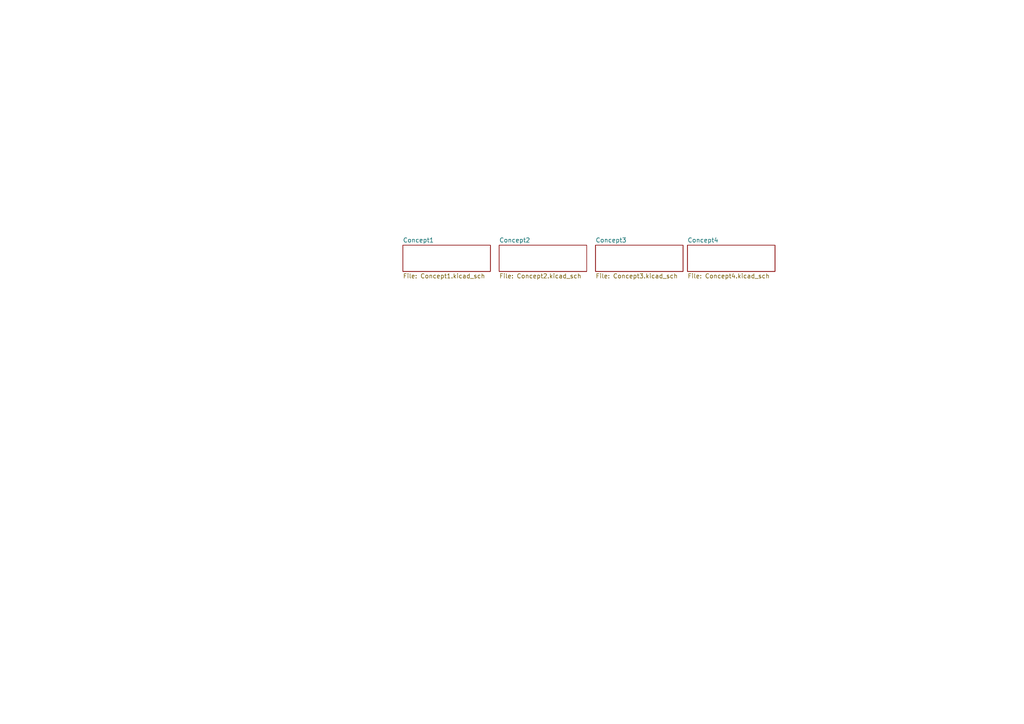
<source format=kicad_sch>
(kicad_sch (version 20211123) (generator eeschema)
  (paper "A4")
  (title_block (title "PicoCart64") (date "2022-06-22") (rev "V1.0") (company "Konrad Beckmann"))
  (lib_symbols)
  (sheet (at 144.78 71.12) (size 25.4 7.62) (stroke (width 0.1524))
    (property "Sheet name" "Concept2" (at 144.78 70.4084 0) (effects (justify left bottom)))
    (property "Sheet file" "Concept2.kicad_sch" (at 144.78 79.3246 0) (effects (justify left top)))
  )
  (sheet (at 199.39 71.12) (size 25.4 7.62) (stroke (width 0.1524))
    (property "Sheet name" "Concept4" (at 199.39 70.4084 0) (effects (justify left bottom)))
    (property "Sheet file" "Concept4.kicad_sch" (at 199.39 79.3246 0) (effects (justify left top)))
  )
  (sheet (at 172.72 71.12) (size 25.4 7.62) (stroke (width 0.1524))
    (property "Sheet name" "Concept3" (at 172.72 70.4084 0) (effects (justify left bottom)))
    (property "Sheet file" "Concept3.kicad_sch" (at 172.72 79.3246 0) (effects (justify left top)))
  )
  (sheet (at 116.84 71.12) (size 25.4 7.62) (stroke (width 0.1524))
    (property "Sheet name" "Concept1" (at 116.84 70.4084 0) (effects (justify left bottom)))
    (property "Sheet file" "Concept1.kicad_sch" (at 116.84 79.3246 0) (effects (justify left top)))
  )
)
</source>
